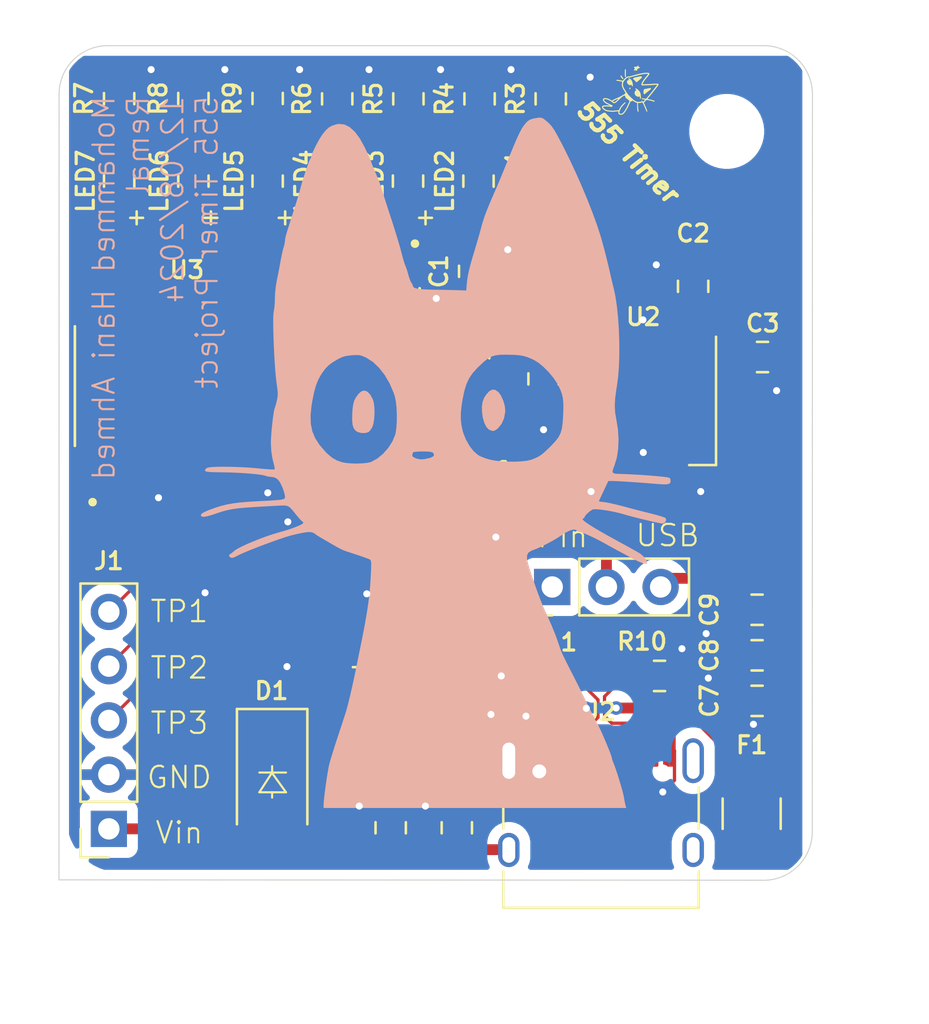
<source format=kicad_pcb>
(kicad_pcb (version 20240108) (generator "pcbnew") (generator_version "8.0")
  (title_block (title "555 Timer Project") (date "2024-08-11") (rev "v1.0") (company "Remal") (comment 1 "Mohammed Hani"))
  (layers (0 "F.Cu" signal) (31 "B.Cu" signal) (34 "B.Paste" user) (35 "F.Paste" user) (36 "B.SilkS" user "B.Silkscreen") (37 "F.SilkS" user "F.Silkscreen") (38 "B.Mask" user) (39 "F.Mask" user) (44 "Edge.Cuts" user))
  (net 0 "")
  (net 1 "GND")
  (net 2 "Net-(U1-THRES)")
  (net 3 "+5V")
  (net 5 "LDO_3V3")
  (net 6 "VIN_PIN")
  (net 7 "TESTPOINT_2")
  (net 8 "TESTPOINT_3")
  (net 9 "TESTPOINT_1")
  (net 10 "555_OUT")
  (net 11 "Net-(LED1-Pad1)")
  (net 12 "Net-(LED2-Pad1)")
  (net 13 "Net-(LED3-Pad1)")
  (net 14 "Net-(LED4-Pad1)")
  (net 15 "Net-(LED5-Pad2)")
  (net 16 "Net-(LED5-Pad1)")
  (net 17 "Net-(LED6-Pad2)")
  (net 18 "Net-(LED6-Pad1)")
  (net 19 "Net-(LED7-Pad2)")
  (net 20 "Net-(LED7-Pad1)")
  (net 21 "DISCH")
  (net 22 "LDO_5V")
  (net 23 "USB_5V")
  (net 24 "Net-(J2-SHLD)")
  (net 25 "Net-(D1-A)")
  (net 26 "Net-(F1-Pad1)")
  (net 28 "Net-(J2-CC1)")
  (net 29 "Net-(J2-CC2)")
  (footprint "Remal_KiCadLib:R_0805_2012m" (layer "F.Cu") (at 128.8796 149.7076 90)
    (property "Reference" "R12" (at 2.54 0 0) (layer "F.SilkS") (effects (font (size 0.8 0.8))))
    (property "Value" "1M")
    (pad "1" smd roundrect (at -1.025 0 90) (size 1.15 1.4) (layers "F.Cu" "F.Paste" "F.Mask") (roundrect_rratio 0.217391) (net 24 "Net-(J2-SHLD)"))
    (pad "2" smd roundrect (at 1.025 0 90) (size 1.15 1.4) (layers "F.Cu" "F.Paste" "F.Mask") (roundrect_rratio 0.217391) (net 1 "GND"))
  )
  (footprint "Remal_KiCadLib:C_0805_2012m" (layer "F.Cu") (at 142.9512 143.764 180)
    (property "Reference" "C7" (at 2.2352 0 90) (layer "F.SilkS") (effects (font (size 0.8 0.8) (thickness 0.15) (bold yes))))
    (property "Value" "22uF/10V")
    (pad "1" smd roundrect (at -1.025 0 180) (size 1.15 1.4) (layers "F.Cu" "F.Paste" "F.Mask") (roundrect_rratio 0.217391) (net 23 "USB_5V"))
    (pad "2" smd roundrect (at 1.025 0 180) (size 1.15 1.4) (layers "F.Cu" "F.Paste" "F.Mask") (roundrect_rratio 0.217391) (net 1 "GND"))
  )
  (footprint "Remal_KiCadLib:C_0805_2012m" (layer "F.Cu") (at 125.7808 149.7076 90)
    (property "Reference" "C10" (at 2.54 0 0) (layer "F.SilkS") (effects (font (size 0.8 0.8))))
    (property "Value" "0.1uF/50V")
    (pad "1" smd roundrect (at -1.025 0 90) (size 1.15 1.4) (layers "F.Cu" "F.Paste" "F.Mask") (roundrect_rratio 0.217391) (net 24 "Net-(J2-SHLD)"))
    (pad "2" smd roundrect (at 1.025 0 90) (size 1.15 1.4) (layers "F.Cu" "F.Paste" "F.Mask") (roundrect_rratio 0.217391) (net 1 "GND"))
  )
  (footprint "Remal_KiCadLib:R_0805_2012m" (layer "F.Cu") (at 133.35 142.5956 180)
    (property "Reference" "R11" (at 0 1.5748 0) (layer "F.SilkS") (effects (font (size 0.8 0.8))))
    (property "Value" "5.1k")
    (pad "1" smd roundrect (at -1.025 0 180) (size 1.15 1.4) (layers "F.Cu" "F.Paste" "F.Mask") (roundrect_rratio 0.217391) (net 28 "Net-(J2-CC1)"))
    (pad "2" smd roundrect (at 1.025 0 180) (size 1.15 1.4) (layers "F.Cu" "F.Paste" "F.Mask") (roundrect_rratio 0.217391) (net 1 "GND"))
  )
  (footprint "Remal_KiCadLib:R_0805_2012m" (layer "F.Cu") (at 138.3792 142.5956)
    (property "Reference" "R10" (at -0.82 -1.6148 0) (layer "F.SilkS") (effects (font (size 0.8 0.8))))
    (property "Value" "5.1k")
    (pad "1" smd roundrect (at -1.025 0) (size 1.15 1.4) (layers "F.Cu" "F.Paste" "F.Mask") (roundrect_rratio 0.217391) (net 29 "Net-(J2-CC2)"))
    (pad "2" smd roundrect (at 1.025 0) (size 1.15 1.4) (layers "F.Cu" "F.Paste" "F.Mask") (roundrect_rratio 0.217391) (net 1 "GND"))
  )
  (footprint "Remal_KiCadLib:R_0805_2012m" (layer "F.Cu") (at 127.6096 132.4356 180)
    (property "Reference" "R1" (at 0 1.6256 0) (layer "F.SilkS") (effects (font (size 0.8 0.8))))
    (property "Value" "4.7k")
    (pad "1" smd roundrect (at -1.025 0 180) (size 1.15 1.4) (layers "F.Cu" "F.Paste" "F.Mask") (roundrect_rratio 0.217391) (net 3 "+5V"))
    (pad "2" smd roundrect (at 1.025 0 180) (size 1.15 1.4) (layers "F.Cu" "F.Paste" "F.Mask") (roundrect_rratio 0.217391) (net 21 "DISCH"))
  )
  (footprint "Remal_KiCadLib:C_0805_2012m" (layer "F.Cu") (at 130.6068 134.5692)
    (property "Reference" "C6" (at 0 -1.5748 0) (layer "F.SilkS") (effects (font (size 0.8 0.8))))
    (property "Value" "0.1uF/10V")
    (pad "1" smd roundrect (at -1.025 0) (size 1.15 1.4) (layers "F.Cu" "F.Paste" "F.Mask") (roundrect_rratio 0.217391) (net 22 "LDO_5V"))
    (pad "2" smd roundrect (at 1.025 0) (size 1.15 1.4) (layers "F.Cu" "F.Paste" "F.Mask") (roundrect_rratio 0.217391) (net 1 "GND"))
  )
  (footprint "Remal_KiCadLib:SOT-223" (layer "F.Cu") (at 137.6172 130.81 -90)
    (property "Reference" "U2" (at -5.0292 0 0) (layer "F.SilkS") (effects (font (size 0.8 0.8))))
    (property "Value" "LDO_3V3_2A_AIC1221-33GY3TR")
    (pad "1" smd rect (at -3.15 -2.3 270) (size 2 1.5) (layers "F.Cu" "F.Paste" "F.Mask") (net 3 "+5V"))
    (pad "2" smd rect (at -3.15 0 270) (size 2 1.5) (layers "F.Cu" "F.Paste" "F.Mask") (net 1 "GND"))
    (pad "3" smd rect (at -3.15 2.3 270) (size 2 1.5) (layers "F.Cu" "F.Paste" "F.Mask") (net 5 "LDO_3V3"))
    (pad "4" smd rect (at 3.15 0 270) (size 2 3.8) (layers "F.Cu" "F.Paste" "F.Mask") (net 1 "GND"))
  )
  (footprint "Remal_KiCadLib:C_0805_2012m" (layer "F.Cu") (at 132.9436 128.6854 -90)
    (property "Reference" "C4" (at -2.4982 0 0) (layer "F.SilkS") (effects (font (size 0.8 0.8))))
    (property "Value" "4.7uF/16V")
    (pad "1" smd roundrect (at -1.025 0 270) (size 1.15 1.4) (layers "F.Cu" "F.Paste" "F.Mask") (roundrect_rratio 0.217391) (net 5 "LDO_3V3"))
    (pad "2" smd roundrect (at 1.025 0 270) (size 1.15 1.4) (layers "F.Cu" "F.Paste" "F.Mask") (roundrect_rratio 0.217391) (net 1 "GND"))
  )
  (footprint "Remal_KiCadLib:C_0805_2012m" (layer "F.Cu") (at 142.9512 141.6304 180)
    (property "Reference" "C8" (at 2.2352 0 90) (layer "F.SilkS") (effects (font (size 0.8 0.8) (thickness 0.15) (bold yes))))
    (property "Value" "22uF/10V")
    (pad "1" smd roundrect (at -1.025 0 180) (size 1.15 1.4) (layers "F.Cu" "F.Paste" "F.Mask") (roundrect_rratio 0.217391) (net 23 "USB_5V"))
    (pad "2" smd roundrect (at 1.025 0 180) (size 1.15 1.4) (layers "F.Cu" "F.Paste" "F.Mask") (roundrect_rratio 0.217391) (net 1 "GND"))
  )
  (footprint "Remal_KiCadLib:Fuse_1210_3225m" (layer "F.Cu") (at 142.6972 149.0472 -90)
    (property "Reference" "F1" (at -3.2127 0 0) (layer "F.SilkS") (effects (font (size 0.8 0.8))))
    (property "Value" "Fuse_16V_3A")
    (pad "1" smd roundrect (at -1.5625 0 270) (size 1.325 2.7) (layers "F.Cu" "F.Paste" "F.Mask") (roundrect_rratio 0.188679) (net 26 "Net-(F1-Pad1)"))
    (pad "2" smd roundrect (at 1.5625 0 270) (size 1.325 2.7) (layers "F.Cu" "F.Paste" "F.Mask") (roundrect_rratio 0.188679) (net 23 "USB_5V"))
  )
  (footprint "Remal_KiCadLib:R_0805_2012m" (layer "F.Cu") (at 120.01455 115.5511 90)
    (property "Reference" "R9" (at 0 -1.65 90) (layer "F.SilkS") (effects (font (size 0.8 0.8))))
    (property "Value" "50")
    (pad "1" smd roundrect (at -1.025 0 90) (size 1.15 1.4) (layers "F.Cu" "F.Paste" "F.Mask") (roundrect_rratio 0.217391) (net 16 "Net-(LED5-Pad1)"))
    (pad "2" smd roundrect (at 1.025 0 90) (size 1.15 1.4) (layers "F.Cu" "F.Paste" "F.Mask") (roundrect_rratio 0.217391) (net 1 "GND"))
  )
  (footprint "Remal_KiCadLib:USB_C_16Pin_C167321" (layer "F.Cu") (at 135.636 149.671)
    (property "Reference" "J2" (at 0 -5.399 0) (layer "F.SilkS") (effects (font (size 0.8 0.8))))
    (property "Value" "USB_C_16Pin_C167321")
    (pad "" np_thru_hole circle (at -2.89 -2.605) (size 0.65 0.65) (drill 0.65) (layers "*.Cu" "*.Mask"))
    (pad "" np_thru_hole circle (at 2.89 -2.605) (size 0.65 0.65) (drill 0.65) (layers "*.Cu" "*.Mask"))
    (pad "A1" smd rect (at -3.35015 -3.667175) (size 0.2997 1.68565) (layers "F.Cu" "F.Paste" "F.Mask") (net 1 "GND"))
    (pad "A4" smd rect (at -2.545 -3.667175) (size 0.29 1.68565) (layers "F.Cu" "F.Paste" "F.Mask") (net 26 "Net-(F1-Pad1)"))
    (pad "A5" smd rect (at -1.25 -3.667175) (size 0.28 1.68565) (layers "F.Cu" "F.Paste" "F.Mask") (net 28 "Net-(J2-CC1)"))
    (pad "A6" smd rect (at -0.25 -3.667175) (size 0.28 1.68565) (layers "F.Cu" "F.Paste" "F.Mask"))
    (pad "A7" smd rect (at 0.25 -3.667175) (size 0.28 1.68565) (layers "F.Cu" "F.Paste" "F.Mask"))
    (pad "A8" smd rect (at 1.25 -3.667175) (size 0.28 1.68565) (layers "F.Cu" "F.Paste" "F.Mask"))
    (pad "A9" smd rect (at 2.545 -3.667175) (size 0.29 1.68565) (layers "F.Cu" "F.Paste" "F.Mask") (net 26 "Net-(F1-Pad1)"))
    (pad "A12" smd rect (at 3.35 -3.667175) (size 0.3 1.68565) (layers "F.Cu" "F.Paste" "F.Mask") (net 1 "GND"))
    (pad "B1" smd rect (at 3.055 -3.667175) (size 0.29 1.68565) (layers "F.Cu" "F.Paste" "F.Mask") (net 1 "GND"))
    (pad "B4" smd rect (at 2.255 -3.667175) (size 0.29 1.68565) (layers "F.Cu" "F.Paste" "F.Mask") (net 26 "Net-(F1-Pad1)"))
    (pad "B5" smd rect (at 1.75 -3.667175) (size 0.28 1.68565) (layers "F.Cu" "F.Paste" "F.Mask") (net 29 "Net-(J2-CC2)"))
    (pad "B6" smd rect (at 0.75 -3.667175) (size 0.28 1.68565) (layers "F.Cu" "F.Paste" "F.Mask"))
    (pad "B7" smd rect (at -0.75 -3.667175) (size 0.28 1.68565) (layers "F.Cu" "F.Paste" "F.Mask"))
    (pad "B8" smd rect (at -1.75 -3.667175) (size 0.28 1.68565) (layers "F.Cu" "F.Paste" "F.Mask"))
    (pad "B9" smd rect (at -2.255 -3.667175) (size 0.29 1.68565) (layers "F.Cu" "F.Paste" "F.Mask") (net 26 "Net-(F1-Pad1)"))
    (pad "B12" smd rect (at -3.05515 -3.667175) (size 0.2903 1.68565) (layers "F.Cu" "F.Paste" "F.Mask") (net 1 "GND"))
    (pad "S1" thru_hole oval (at -4.32 -3.105) (size 1 2.1) (drill oval 0.6 1.7) (layers "*.Cu" "*.Mask") (net 24 "Net-(J2-SHLD)"))
    (pad "S1" thru_hole oval (at -4.32 1.075) (size 1 1.6) (drill oval 0.6 1.2) (layers "*.Cu" "*.Mask") (net 24 "Net-(J2-SHLD)"))
    (pad "S1" thru_hole oval (at 4.32 -3.105) (size 1 2.1) (drill oval 0.6 1.7) (layers "*.Cu" "*.Mask") (net 24 "Net-(J2-SHLD)"))
    (pad "S1" thru_hole oval (at 4.32 1.075) (size 1 1.6) (drill oval 0.6 1.2) (layers "*.Cu" "*.Mask") (net 24 "Net-(J2-SHLD)"))
  )
  (footprint "Remal_KiCadLib:C_0805_2012m" (layer "F.Cu") (at 129.6924 123.6472 90)
    (property "Reference" "C1" (at 0 -1.65 90) (layer "F.SilkS") (effects (font (size 0.8 0.8))))
    (property "Value" "0.1uF/10V")
    (pad "1" smd roundrect (at -1.025 0 90) (size 1.15 1.4) (layers "F.Cu" "F.Paste" "F.Mask") (roundrect_rratio 0.217391) (net 2 "Net-(U1-THRES)"))
    (pad "2" smd roundrect (at 1.025 0 90) (size 1.15 1.4) (layers "F.Cu" "F.Paste" "F.Mask") (roundrect_rratio 0.217391) (net 1 "GND"))
  )
  (footprint "Remal_KiCadLib:C_0805_2012m" (layer "F.Cu") (at 142.9512 139.4968 180)
    (property "Reference" "C9" (at 2.2352 0 90) (layer "F.SilkS") (effects (font (size 0.8 0.8) (thickness 0.15) (bold yes))))
    (property "Value" "22uF/10V")
    (pad "1" smd roundrect (at -1.025 0 180) (size 1.15 1.4) (layers "F.Cu" "F.Paste" "F.Mask") (roundrect_rratio 0.217391) (net 23 "USB_5V"))
    (pad "2" smd roundrect (at 1.025 0 180) (size 1.15 1.4) (layers "F.Cu" "F.Paste" "F.Mask") (roundrect_rratio 0.217391) (net 1 "GND"))
  )
  (footprint "Remal_KiCadLib:R_0805_2012m" (layer "F.Cu") (at 126.610534 115.57 90)
    (property "Reference" "R5" (at 0 -1.65 90) (layer "F.SilkS") (effects (font (size 0.8 0.8))))
    (property "Value" "300")
    (pad "1" smd roundrect (at -1.025 0 90) (size 1.15 1.4) (layers "F.Cu" "F.Paste" "F.Mask") (roundrect_rratio 0.217391) (net 13 "Net-(LED3-Pad1)"))
    (pad "2" smd roundrect (at 1.025 0 90) (size 1.15 1.4) (layers "F.Cu" "F.Paste" "F.Mask") (roundrect_rratio 0.217391) (net 1 "GND"))
  )
  (footprint "Remal_KiCadLib:LED_0805_2012m_Red" (layer "F.Cu") (at 126.5936 119.4218 -90)
    (property "Reference" "LED3" (at 0 1.5748 90) (layer "F.SilkS") (effects (font (size 0.8 0.8))))
    (property "Value" "LED_0805_2012m_Red")
    (pad "1" smd roundrect (at -1.025 0 270) (size 1.15 1.4) (layers "F.Cu" "F.Paste" "F.Mask") (roundrect_rratio 0.217391) (net 13 "Net-(LED3-Pad1)"))
    (pad "2" smd roundrect (at 1.025 0 270) (size 1.15 1.4) (layers "F.Cu" "F.Paste" "F.Mask") (roundrect_rratio 0.217391) (net 10 "555_OUT"))
  )
  (footprint "Remal_KiCadLib:R_0805_2012m" (layer "F.Cu") (at 133.282268 115.57 90)
    (property "Reference" "R3" (at 0 -1.65 90) (layer "F.SilkS") (effects (font (size 0.8 0.8))))
    (property "Value" "10k")
    (pad "1" smd roundrect (at -1.025 0 90) (size 1.15 1.4) (layers "F.Cu" "F.Paste" "F.Mask") (roundrect_rratio 0.217391) (net 11 "Net-(LED1-Pad1)"))
    (pad "2" smd roundrect (at 1.025 0 90) (size 1.15 1.4) (layers "F.Cu" "F.Paste" "F.Mask") (roundrect_rratio 0.217391) (net 1 "GND"))
  )
  (footprint "Remal_KiCadLib:D_SMA" (layer "F.Cu") (at 120.225 147.545 -90)
    (property "Reference" "D1" (at -4.25 0.0322 180) (layer "F.SilkS") (effects (font (size 0.8 0.8))))
    (property "Value" "D_Schottky_SMA_40V_2A_SS24")
    (pad "1" smd rect (at -2 0 270) (size 2.5 1.8) (layers "F.Cu" "F.Paste" "F.Mask") (net 6 "VIN_PIN"))
    (pad "2" smd rect (at 2 0 270) (size 2.5 1.8) (layers "F.Cu" "F.Paste" "F.Mask") (net 25 "Net-(D1-A)"))
  )
  (footprint "Remal_KiCadLib:R_0805_2012m" (layer "F.Cu") (at 123.274668 115.57 90)
    (property "Reference" "R6" (at 0 -1.65 90) (layer "F.SilkS") (effects (font (size 0.8 0.8))))
    (property "Value" "50")
    (pad "1" smd roundrect (at -1.025 0 90) (size 1.15 1.4) (layers "F.Cu" "F.Paste" "F.Mask") (roundrect_rratio 0.217391) (net 14 "Net-(LED4-Pad1)"))
    (pad "2" smd roundrect (at 1.025 0 90) (size 1.15 1.4) (layers "F.Cu" "F.Paste" "F.Mask") (roundrect_rratio 0.217391) (net 1 "GND"))
  )
  (footprint "Remal_KiCadLib:LED_0805_2012m_Red" (layer "F.Cu") (at 129.8956 119.4218 -90)
    (property "Reference" "LED2" (at 0 1.5802 90) (layer "F.SilkS") (effects (font (size 0.8 0.8))))
    (property "Value" "LED_0805_2012m_Red")
    (pad "1" smd roundrect (at -1.025 0 270) (size 1.15 1.4) (layers "F.Cu" "F.Paste" "F.Mask") (roundrect_rratio 0.217391) (net 12 "Net-(LED2-Pad1)"))
    (pad "2" smd roundrect (at 1.025 0 270) (size 1.15 1.4) (layers "F.Cu" "F.Paste" "F.Mask") (roundrect_rratio 0.217391) (net 10 "555_OUT"))
  )
  (footprint "Remal_KiCadLib:LED_0805_2012m_Red" (layer "F.Cu") (at 123.2916 119.4218 -90)
    (property "Reference" "LED4" (at 0 1.5739 90) (layer "F.SilkS") (effects (font (size 0.8 0.8))))
    (property "Value" "LED_0805_2012m_Red")
    (pad "1" smd roundrect (at -1.025 0 270) (size 1.15 1.4) (layers "F.Cu" "F.Paste" "F.Mask") (roundrect_rratio 0.217391) (net 14 "Net-(LED4-Pad1)"))
    (pad "2" smd roundrect (at 1.025 0 270) (size 1.15 1.4) (layers "F.Cu" "F.Paste" "F.Mask") (roundrect_rratio 0.217391) (net 10 "555_OUT"))
  )
  (footprint "Remal_KiCadLib:C_0805_2012m" (layer "F.Cu") (at 128.261 144.8816)
    (property "Reference" "C5" (at 0 -1.5748 0) (layer "F.SilkS") (effects (font (size 0.8 0.8))))
    (property "Value" "0.1uF/10V")
    (pad "1" smd roundrect (at -1.025 0) (size 1.15 1.4) (layers "F.Cu" "F.Paste" "F.Mask") (roundrect_rratio 0.217391) (net 6 "VIN_PIN"))
    (pad "2" smd roundrect (at 1.025 0) (size 1.15 1.4) (layers "F.Cu" "F.Paste" "F.Mask") (roundrect_rratio 0.217391) (net 1 "GND"))
  )
  (footprint "Remal_KiCadLib:LED_0805_2012m_Red" (layer "F.Cu") (at 116.5352 119.4218 -90)
    (property "Reference" "LED6" (at -0.0009 1.60065 90) (layer "F.SilkS") (effects (font (size 0.8 0.8))))
    (property "Value" "LED_0805_2012m_Red")
    (pad "1" smd roundrect (at -1.025 0 270) (size 1.15 1.4) (layers "F.Cu" "F.Paste" "F.Mask") (roundrect_rratio 0.217391) (net 18 "Net-(LED6-Pad1)"))
    (pad "2" smd roundrect (at 1.025 0 270) (size 1.15 1.4) (layers "F.Cu" "F.Paste" "F.Mask") (roundrect_rratio 0.217391) (net 17 "Net-(LED6-Pad2)"))
  )
  (footprint "Remal_KiCadLib:C_0805_2012m" (layer "F.Cu") (at 139.954 124.3494 -90)
    (property "Reference" "C2" (at -2.4802 0 0) (layer "F.SilkS") (effects (font (size 0.8 0.8))))
    (property "Value" "0.01uF/10V")
    (pad "1" smd roundrect (at -1.025 0 270) (size 1.15 1.4) (layers "F.Cu" "F.Paste" "F.Mask") (roundrect_rratio 0.217391) (net 1 "GND"))
    (pad "2" smd roundrect (at 1.025 0 270) (size 1.15 1.4) (layers "F.Cu" "F.Paste" "F.Mask") (roundrect_rratio 0.217391) (net 3 "+5V"))
  )
  (footprint "Remal_KiCadLib:TO-252-2" (layer "F.Cu") (at 123.0376 138.7348 180)
    (property "Reference" "U4" (at 0 4.1656 0) (layer "F.SilkS") (effects (font (size 0.8 0.8))))
    (property "Value" "LDO_5V_78D05AAL-TN3-R")
    (pad "1" smd rect (at -4.2 -2.28 180) (size 2.2 1.2) (layers "F.Cu" "F.Paste" "F.Mask") (net 6 "VIN_PIN"))
    (pad "2" smd rect (at 2.1 0 180) (size 6.4 5.8) (layers "F.Cu" "F.Mask") (net 1 "GND"))
    (pad "3" smd rect (at -4.2 2.28 180) (size 2.2 1.2) (layers "F.Cu" "F.Paste" "F.Mask") (net 22 "LDO_5V"))
  )
  (footprint "Remal_KiCadLib:LED_0805_2012m_Red" (layer "F.Cu") (at 120.01455 119.4218 -90)
    (property "Reference" "LED5" (at -0.0009 1.5748 90) (layer "F.SilkS") (effects (font (size 0.8 0.8))))
    (property "Value" "LED_0805_2012m_Red")
    (pad "1" smd roundrect (at -1.025 0 270) (size 1.15 1.4) (layers "F.Cu" "F.Paste" "F.Mask") (roundrect_rratio 0.217391) (net 16 "Net-(LED5-Pad1)"))
    (pad "2" smd roundrect (at 1.025 0 270) (size 1.15 1.4) (layers "F.Cu" "F.Paste" "F.Mask") (roundrect_rratio 0.217391) (net 15 "Net-(LED5-Pad2)"))
  )
  (footprint "Remal_KiCadLib:PinSocket_1x05_P2.54mm_Vertical" (layer "F.Cu") (at 112.5728 149.7584 180)
    (property "Reference" "J1" (at 0 12.5476 0) (layer "F.SilkS") (effects (font (size 0.8 0.8))))
    (property "Value" "ConnF_01x05")
    (pad "1" thru_hole rect (at 0 0 180) (size 1.7 1.7) (drill 1) (layers "*.Cu" "*.Mask") (net 25 "Net-(D1-A)"))
    (pad "2" thru_hole oval (at 0 2.54 180) (size 1.7 1.7) (drill 1) (layers "*.Cu" "*.Mask") (net 1 "GND"))
    (pad "3" thru_hole oval (at 0 5.08 180) (size 1.7 1.7) (drill 1) (layers "*.Cu" "*.Mask") (net 8 "TESTPOINT_3"))
    (pad "4" thru_hole oval (at 0 7.62 180) (size 1.7 1.7) (drill 1) (layers "*.Cu" "*.Mask") (net 7 "TESTPOINT_2"))
    (pad "5" thru_hole oval (at 0 10.16 180) (size 1.7 1.7) (drill 1) (layers "*.Cu" "*.Mask") (net 9 "TESTPOINT_1"))
  )
  (footprint "Remal_KiCadLib:R_0805_2012m" (layer "F.Cu") (at 129.9464 115.57 90)
    (property "Reference" "R4" (at 0 -1.65 90) (layer "F.SilkS") (effects (font (size 0.8 0.8))))
    (property "Value" "1k")
    (pad "1" smd roundrect (at -1.025 0 90) (size 1.15 1.4) (layers "F.Cu" "F.Paste" "F.Mask") (roundrect_rratio 0.217391) (net 12 "Net-(LED2-Pad1)"))
    (pad "2" smd roundrect (at 1.025 0 90) (size 1.15 1.4) (layers "F.Cu" "F.Paste" "F.Mask") (roundrect_rratio 0.217391) (net 1 "GND"))
  )
  (footprint "fp_meowlibrary:SOP127P780X200-14N" (layer "F.Cu") (at 116.2304 129.0214 90)
    (property "Reference" "U3" (at 5.4378 0 0) (layer "F.SilkS") (effects (font (size 0.8 0.8))))
    (property "Value" "SN74ALVC14NSR")
    (pad "1" smd roundrect (at -3.465 -3.81 90) (size 1.97 0.61) (layers "F.Cu" "F.Paste" "F.Mask") (roundrect_rratio 0.125) (net 5 "LDO_3V3"))
    (pad "2" smd roundrect (at -3.465 -2.54 90) (size 1.97 0.61) (layers "F.Cu" "F.Paste" "F.Mask") (roundrect_rratio 0.125) (net 9 "TESTPOINT_1"))
    (pad "3" smd roundrect (at -3.465 -1.27 90) (size 1.97 0.61) (layers "F.Cu" "F.Paste" "F.Mask") (roundrect_rratio 0.125) (net 1 "GND"))
    (pad "4" smd roundrect (at -3.465 0 90) (size 1.97 0.61) (layers "F.Cu" "F.Paste" "F.Mask") (roundrect_rratio 0.125) (net 7 "TESTPOINT_2"))
    (pad "5" smd roundrect (at -3.465 1.27 90) (size 1.97 0.61) (layers "F.Cu" "F.Paste" "F.Mask") (roundrect_rratio 0.125) (net 10 "555_OUT"))
    (pad "6" smd roundrect (at -3.465 2.54 90) (size 1.97 0.61) (layers "F.Cu" "F.Paste" "F.Mask") (roundrect_rratio 0.125) (net 8 "TESTPOINT_3"))
    (pad "7" smd roundrect (at -3.465 3.81 90) (size 1.97 0.61) (layers "F.Cu" "F.Paste" "F.Mask") (roundrect_rratio 0.125) (net 1 "GND"))
    (pad "8" smd roundrect (at 3.465 3.81 90) (size 1.97 0.61) (layers "F.Cu" "F.Paste" "F.Mask") (roundrect_rratio 0.125) (net 15 "Net-(LED5-Pad2)"))
    (pad "9" smd roundrect (at 3.465 2.54 90) (size 1.97 0.61) (layers "F.Cu" "F.Paste" "F.Mask") (roundrect_rratio 0.125) (net 10 "555_OUT"))
    (pad "10" smd roundrect (at 3.465 1.27 90) (size 1.97 0.61) (layers "F.Cu" "F.Paste" "F.Mask") (roundrect_rratio 0.125) (net 17 "Net-(LED6-Pad2)"))
    (pad "11" smd roundrect (at 3.465 0 90) (size 1.97 0.61) (layers "F.Cu" "F.Paste" "F.Mask") (roundrect_rratio 0.125) (net 10 "555_OUT"))
    (pad "12" smd roundrect (at 3.465 -1.27 90) (size 1.97 0.61) (layers "F.Cu" "F.Paste" "F.Mask") (roundrect_rratio 0.125) (net 19 "Net-(LED7-Pad2)"))
    (pad "13" smd roundrect (at 3.465 -2.54 90) (size 1.97 0.61) (layers "F.Cu" "F.Paste" "F.Mask") (roundrect_rratio 0.125) (net 10 "555_OUT"))
    (pad "14" smd roundrect (at 3.465 -3.81 90) (size 1.97 0.61) (layers "F.Cu" "F.Paste" "F.Mask") (roundrect_rratio 0.125) (net 5 "LDO_3V3"))
  )
  (footprint "Remal_KiCadLib:LED_0805_2012m_Red" (layer "F.Cu") (at 113.05585 119.4218 -90)
    (property "Reference" "LED7" (at -0.0009 1.5757 90) (layer "F.SilkS") (effects (font (size 0.8 0.8))))
    (property "Value" "LED_0805_2012m_Red")
    (pad "1" smd roundrect (at -1.025 0 270) (size 1.15 1.4) (layers "F.Cu" "F.Paste" "F.Mask") (roundrect_rratio 0.217391) (net 20 "Net-(LED7-Pad1)"))
    (pad "2" smd roundrect (at 1.025 0 270) (size 1.15 1.4) (layers "F.Cu" "F.Paste" "F.Mask") (roundrect_rratio 0.217391) (net 19 "Net-(LED7-Pad2)"))
  )
  (footprint "Remal_KiCadLib:R_0805_2012m" (layer "F.Cu") (at 116.53475 115.5511 90)
    (property "Reference" "R8" (at 0 -1.65 90) (layer "F.SilkS") (effects (font (size 0.8 0.8))))
    (property "Value" "50")
    (pad "1" smd roundrect (at -1.025 0 90) (size 1.15 1.4) (layers "F.Cu" "F.Paste" "F.Mask") (roundrect_rratio 0.217391) (net 18 "Net-(LED6-Pad1)"))
    (pad "2" smd roundrect (at 1.025 0 90) (size 1.15 1.4) (layers "F.Cu" "F.Paste" "F.Mask") (roundrect_rratio 0.217391) (net 1 "GND"))
  )
  (footprint "Remal_KiCadLib:R_0805_2012m" (layer "F.Cu") (at 129.6924 127.4572 90)
    (property "Reference" "R2" (at 0 -1.65 90) (layer "F.SilkS") (effects (font (size 0.8 0.8))))
    (property "Value" "4.7k")
    (pad "1" smd roundrect (at -1.025 0 90) (size 1.15 1.4) (layers "F.Cu" "F.Paste" "F.Mask") (roundrect_rratio 0.217391) (net 21 "DISCH"))
    (pad "2" smd roundrect (at 1.025 0 90) (size 1.15 1.4) (layers "F.Cu" "F.Paste" "F.Mask") (roundrect_rratio 0.217391) (net 2 "Net-(U1-THRES)"))
  )
  (footprint "Remal_KiCadLib:PinHeader_1x03_P2.54mm_Vertical" (layer "F.Cu") (at 133.35 138.43 90)
    (property "Reference" "J3" (at -0.0116 -2.6584 0) (layer "F.SilkS") (effects (font (size 0.8 0.8))))
    (property "Value" "ConnM_01x03")
    (pad "1" thru_hole rect (at 0 0 90) (size 1.7 1.7) (drill 1) (layers "*.Cu" "*.Mask") (net 22 "LDO_5V"))
    (pad "2" thru_hole oval (at 0 2.54 90) (size 1.7 1.7) (drill 1) (layers "*.Cu" "*.Mask") (net 3 "+5V"))
    (pad "3" thru_hole oval (at 0 5.08 90) (size 1.7 1.7) (drill 1) (layers "*.Cu" "*.Mask") (net 23 "USB_5V"))
  )
  (footprint "fp_meowlibrary:SOIC127P599X175-8N" (layer "F.Cu") (at 124.6124 126.3904 -90)
    (property "Reference" "U1" (at -4.319 0 0) (layer "F.SilkS") (effects (font (size 0.8 0.8))))
    (property "Value" "SA555DR")
    (pad "1" smd roundrect (at -2.47 -1.905 270) (size 1.97 0.6) (layers "F.Cu" "F.Paste" "F.Mask") (roundrect_rratio 0.125) (net 1 "GND"))
    (pad "2" smd roundrect (at -2.47 -0.635 270) (size 1.97 0.6) (layers "F.Cu" "F.Paste" "F.Mask") (roundrect_rratio 0.125) (net 2 "Net-(U1-THRES)"))
    (pad "3" smd roundrect (at -2.47 0.635 270) (size 1.97 0.6) (layers "F.Cu" "F.Paste" "F.Mask") (roundrect_rratio 0.125) (net 10 "555_OUT"))
    (pad "4" smd roundrect (at -2.47 1.905 270) (size 1.97 0.6) (layers "F.Cu" "F.Paste" "F.Mask") (roundrect_rratio 0.125) (net 3 "+5V"))
    (pad "5" smd roundrect (at 2.47 1.905 270) (size 1.97 0.6) (layers "F.Cu" "F.Paste" "F.Mask") (roundrect_rratio 0.125))
    (pad "6" smd roundrect (at 2.47 0.635 270) (size 1.97 0.6) (layers "F.Cu" "F.Paste" "F.Mask") (roundrect_rratio 0.125) (net 2 "Net-(U1-THRES)"))
    (pad "7" smd roundrect (at 2.47 -0.635 270) (size 1.97 0.6) (layers "F.Cu" "F.Paste" "F.Mask") (roundrect_rratio 0.125) (net 21 "DISCH"))
    (pad "8" smd roundrect (at 2.47 -1.905 270) (size 1.97 0.6) (layers "F.Cu" "F.Paste" "F.Mask") (roundrect_rratio 0.125) (net 3 "+5V"))
  )
  (footprint "Remal_KiCadLib:R_0805_2012m" (layer "F.Cu") (at 113.05495 115.5601 90)
    (property "Reference" "R7" (at 0 -1.65 90) (layer "F.SilkS") (effects (font (size 0.8 0.8))))
    (property "Value" "50")
    (pad "1" smd roundrect (at -1.025 0 90) (size 1.15 1.4) (layers "F.Cu" "F.Paste" "F.Mask") (roundrect_rratio 0.217391) (net 20 "Net-(LED7-Pad1)"))
    (pad "2" smd roundrect (at 1.025 0 90) (size 1.15 1.4) (layers "F.Cu" "F.Paste" "F.Mask") (roundrect_rratio 0.217391) (net 1 "GND"))
  )
  (footprint "LOGO" (layer "F.Cu") (at 136.969658 115.461965 -45)
    (property "Reference" "G***" (hide yes))
    (property "Value" "LOGO" (hide yes))
  )
  (footprint "Remal_KiCadLib:C_0805_2012m" (layer "F.Cu") (at 143.2052 127.6604)
    (property "Reference" "C3" (at 0.009 -1.5748 0) (layer "F.SilkS") (effects (font (size 0.8 0.8))))
    (property "Value" "4.7uF/16V")
    (pad "1" smd roundrect (at -1.025 0) (size 1.15 1.4) (layers "F.Cu" "F.Paste" "F.Mask") (roundrect_rratio 0.217391) (net 3 "+5V"))
    (pad "2" smd roundrect (at 1.025 0) (size 1.15 1.4) (layers "F.Cu" "F.Paste" "F.Mask") (roundrect_rratio 0.217391) (net 1 "GND"))
  )
  (footprint "Remal_KiCadLib:LED_0805_2012m_Red" (layer "F.Cu") (at 133.1976 119.4218 -90)
    (property "Reference" "LED1" (at 0 1.5856 90) (layer "F.SilkS") (effects (font (size 0.8 0.8))))
    (property "Value" "LED_0805_2012m_Red")
    (pad "1" smd roundrect (at -1.025 0 270) (size 1.15 1.4) (layers "F.Cu" "F.Paste" "F.Mask") (roundrect_rratio 0.217391) (net 11 "Net-(LED1-Pad1)"))
    (pad "2" smd roundrect (at 1.025 0 270) (size 1.15 1.4) (layers "F.Cu" "F.Paste" "F.Mask") (roundrect_rratio 0.217391) (net 10 "555_OUT"))
  )
  (footprint "Remal_KiCadLib:MountingHole_3.2mm_M3" (layer "F.Cu") (at 141.5288 117.094)
    (property "Reference" "REF**" (hide yes))
    (property "Value" "MountingHole_3.2mm_M3")
    (pad "" np_thru_hole circle (at 0 0) (size 3.2 3.2) (drill 3.2) (layers "*.Cu" "*.Mask"))
  )
  (footprint "fp_meowlibrary:black_cat" (layer "B.Cu") (at 128.629377 131.275118 180)
    (property "Reference" "G***" (hide yes))
    (property "Value" "LOGO" (hide yes))
  )
  (gr_arc (start 110.239894 115.357646) (mid 110.9472 113.707076) (end 112.630186 113.0808) (stroke (width 0.05)) (layer "Edge.Cuts"))
  (gr_line (start 143.147814 152.162676) (end 110.236 152.146) (stroke (width 0.05)) (layer "Edge.Cuts"))
  (gr_arc (start 143.1544 113.0808) (mid 144.837386 113.707076) (end 145.544692 115.357646) (stroke (width 0.05)) (layer "Edge.Cuts"))
  (gr_line (start 145.544692 115.357646) (end 145.538106 149.88583) (stroke (width 0.05)) (layer "Edge.Cuts"))
  (gr_line (start 110.239894 115.357646) (end 110.236 152.146) (stroke (width 0.05)) (layer "Edge.Cuts"))
  (gr_line (start 112.630186 113.0808) (end 143.1544 113.0808) (stroke (width 0.05)) (layer "Edge.Cuts"))
  (gr_arc (start 145.538106 149.88583) (mid 144.8308 151.5364) (end 143.147814 152.162676) (stroke (width 0.05)) (layer "Edge.Cuts"))
  (gr_text "Mohammed Hani Ahmed\nRemal\n12/08/2024\n555 Timer Project" (at 117.7544 115.3668 90) (layer "B.SilkS") (effects (font (size 1 1) (thickness 0.1)) (justify left bottom mirror)))
  (gr_text "TP1" (at 114.4524 140.1572 0) (layer "F.SilkS") (effects (font (size 1 1) (thickness 0.1)) (justify left bottom)))
  (gr_text "USB" (at 137.19 136.6012 0) (layer "F.SilkS") (effects (font (size 1 1) (thickness 0.1)) (justify left bottom)))
  (gr_text "TP2" (at 114.4524 142.7988 0) (layer "F.SilkS") (effects (font (size 1 1) (thickness 0.1)) (justify left bottom)))
  (gr_text "TP3" (at 114.4524 145.3896 0) (layer "F.SilkS") (effects (font (size 1 1) (thickness 0.1)) (justify left bottom)))
  (gr_text "555 Timer" (at 134.3152 116.1288 315) (layer "F.SilkS") (effects (font (size 0.8 0.8) (thickness 0.2) (bold yes) (italic yes)) (justify left bottom)))
  (gr_text "GND" (at 114.285734 147.9296 0) (layer "F.SilkS") (effects (font (size 1 1) (thickness 0.1)) (justify left bottom)))
  (gr_text "VPin" (at 131.7244 136.652 0) (layer "F.SilkS") (effects (font (size 1 1) (thickness 0.1)) (justify left bottom)))
  (gr_text "Vin" (at 114.690496 150.5204 0) (layer "F.SilkS") (effects (font (size 1 1) (thickness 0.1)) (justify left bottom)))
  (segment (start 141.9262 143.764) (end 141.9262 144.0062) (width 0.508) (layer "F.Cu") (net 1))
  (segment (start 120.9376 138.7348) (end 124.6448 138.7348) (width 0.508) (layer "F.Cu") (net 1))
  (segment (start 116.3599 114.5261) (end 116.3509 114.5351) (width 0.508) (layer "F.Cu") (net 1))
  (segment (start 129.6924 122.6222) (end 131.2582 122.6222) (width 0.508) (layer "F.Cu") (net 1))
  (segment (start 132.3618 144.7218) (end 132.3618 145.52851) (width 0.1524) (layer "F.Cu") (net 1))
  (segment (start 127.771 114.545) (end 128.1176 114.1984) (width 0.508) (layer "F.Cu") (net 1))
  (segment (start 120.9376 135.4024) (end 120.96 135.38) (width 0.508) (layer "F.Cu") (net 1))
  (segment (start 132.12 144.48) (end 132.3618 144.7218) (width 0.1524) (layer "F.Cu") (net 1))
  (segment (start 126.5174 123.9204) (end 127.5142 124.9172) (width 0.508) (layer "F.Cu") (net 1))
  (segment (start 133.282268 114.545) (end 135.119 114.545) (width 0.508) (layer "F.Cu") (net 1))
  (segment (start 132.325 142.5956) (end 130.9624 142.5956) (width 0.508) (layer "F.Cu") (net 1))
  (segment (start 120.0404 133.9996) (end 120.02 134.02) (width 0.508) (layer "F.Cu") (net 1))
  (segment (start 144.2302 127.6604) (end 144.2302 128.8706) (width 0.508) (layer "F.Cu") (net 1))
  (segment (start 129.9464 114.545) (end 131.073 114.545) (width 0.508) (layer "F.Cu") (net 1))
  (segment (start 120.9376 138.8536) (end 120.9376 138.7348) (width 0.1524) (layer "F.Cu") (net 1))
  (segment (start 120.0404 132.4864) (end 120.0404 133.9996) (width 0.508) (layer "F.Cu") (net 1))
  (segment (start 123.274668 114.545) (end 124.4182 114.545) (width 0.508) (layer "F.Cu") (net 1))
  (segment (start 120.0404 137.8376) (end 120.9376 138.7348) (width 0.1524) (layer "F.Cu") (net 1))
  (segment (start 120.9376 138.7348) (end 120.9376 142.1424) (width 0.508) (layer "F.Cu") (net 1))
  (segment (start 139.954 123.3244) (end 138.2448 123.3244) (width 0.508) (layer "F.Cu") (net 1))
  (segment (start 141.9262 144.0062) (end 142.78 144.86) (width 0.508) (layer "F.Cu") (net 1))
  (segment (start 135.17 133.96) (end 137.6172 133.96) (width 0.508) (layer "F.Cu") (net 1))
  (segment (start 128.8796 148.6826) (end 128.8796 148.4884) (width 0.1524) (layer "F.Cu") (net 1))
  (segment (start 126.610534 114.545) (end 127.771 114.545) (width 0.508) (layer "F.Cu") (net 1))
  (segment (start 140.8086 140.6144) (end 140.5636 140.6144) (width 0.508) (layer "F.Cu") (net 1))
  (segment (start 120.9376 142.1424) (end 120.92 142.16) (width 0.508) (layer "F.Cu") (net 1))
  (segment (start 131.6318 134.5692) (end 131.6318 135.1698) (width 0.508) (layer "F.Cu") (net 1))
  (segment (start 139.0796 146.097425) (end 139.0796 147.4832) (width 0.1524) (layer "F.Cu") (net 1))
  (segment (start 141.732 141.6304) (end 140.6652 142.6972) (width 0.508) (layer "F.Cu") (net 1))
  (segment (start 139.4042 141.3458) (end 139.43 141.32) (width 0.508) (layer "F.Cu") (net 1))
  (segment (start 135.119 114.545) (end 135.128 114.554) (width 0.508) (layer "F.Cu") (net 1))
  (segment (start 120.9376 138.7348) (end 117.1161 138.7348) (width 0.508) (layer "F.Cu") (net 1))
  (segment (start 124.4182 114.545) (end 124.7648 114.1984) (width 0.508) (layer "F.Cu") (net 1))
  (segment (start 144.2302 128.8706) (end 143.8656 129.2352) (width 0.508) (layer "F.Cu") (net 1))
  (segment (start 124.6448 138.7348) (end 124.66 138.75) (width 0.508) (layer "F.Cu") (net 1))
  (segment (start 116.53475 114.5261) (end 116.3599 114.5261) (width 0.508) (layer "F.Cu") (net 1))
  (segment (start 131.073 114.545) (end 131.4196 114.1984) (width 0.508) (layer "F.Cu") (net 1))
  (segment (start 137.6 127.6428) (end 137.6172 127.66) (width 0.508) (layer "F.Cu") (net 1))
  (segment (start 140.31 133.96) (end 137.6172 133.96) (width 0.508) (layer "F.Cu") (net 1))
  (segment (start 114.9604 134.1879) (end 114.8983 134.25) (width 0.508) (layer "F.Cu") (net 1))
  (segment (start 114.2173 114.5351) (end 114.554 114.1984) (width 0.508) (layer "F.Cu") (net 1))
  (segment (start 137.6172 133.96) (end 137.6172 132.1308) (width 0.508) (layer "F.Cu") (net 1))
  (segment (start 138.986 146.003825) (end 139.0796 146.097425) (width 0.1524) (layer "F.Cu") (net 1))
  (segment (start 137.6 125.92) (end 137.6 127.6428) (width 0.508) (layer "F.Cu") (net 1))
  (segment (start 128.8796 148.6826) (end 127.4154 148.6826) (width 0.508) (layer "F.Cu") (net 1))
  (segment (start 127.4154 148.6826) (end 127.4064 148.6916) (width 0.508) (layer "F.Cu") (net 1))
  (segment (start 127.5142 124.9172) (end 127.9144 124.9172) (width 0.508) (layer "F.Cu") (net 1))
  (segment (start 141.9262 141.6304) (end 141.732 141.6304) (width 0.508) (layer "F.Cu") (net 1))
  (segment (start 124.3166 148.6826) (end 124.3076 148.6916) (width 0.508) (layer "F.Cu") (net 1))
  (segment (start 114.9604 132.4864) (end 114.9604 134.1879) (width 0.508) (layer "F.Cu") (net 1))
  (segment (start 132.325 145.964675) (end 132.28585 146.003825) (width 0.1524) (layer "F.Cu") (net 1))
  (segment (start 113.05495 114.5351) (end 114.2173 114.5351) (width 0.508) (layer "F.Cu") (net 1))
  (segment (start 121.1859 114.5261) (end 121.5136 114.1984) (width 0.508) (layer "F.Cu") (net 1))
  (segment (start 132.9436 129.7104) (end 132.9436 131.064) (width 0.508) (layer "F.Cu") (net 1))
  (segment (start 120.9376 138.7348) (end 120.9376 135.4024) (width 0.508) (layer "F.Cu") (net 1))
  (segment (start 129.9972 144.8816) (end 129.286 144.8816) (width 0.508) (layer "F.Cu") (net 1))
  (segment (start 141.9262 139.4968) (end 140.8086 140.6144) (width 0.508) (layer "F.Cu") (net 1))
  (segment (start 120.9376 138.7348) (end 120.9376 136.5332) (width 0.1524) (layer "F.Cu") (net 1))
  (segment (start 138.2448 123.3244) (end 138.2268 123.3424) (width 0.508) (layer "F.Cu") (net 1))
  (segment (start 137.1744 127.6604) (end 137.174 127.66) (width 0.508) (layer "F.Cu") (net 1))
  (segment (start 117.6807 114.5261) (end 118.0084 114.1984) (width 0.508) (layer "F.Cu") (net 1))
  (segment (start 131.2582 122.6222) (end 131.2672 122.6312) (width 0.508) (layer "F.Cu") (net 1))
  (segment (start 120.01455 114.5261) (end 121.1859 114.5261) (width 0.508) (layer "F.Cu") (net 1))
  (segment (start 129.6924 122.6222) (end 130.035118 122.6222) (width 0.1524) (layer "F.Cu") (net 1))
  (segment (start 116.53475 114.5261) (end 117.6807 114.5261) (width 0.508) (layer "F.Cu") (net 1))
  (segment (start 139.0796 147.4832) (end 138.5316 148.0312) (width 0.1524) (layer "F.Cu") (net 1))
  (segment (start 130.4794 144.3994) (end 129.9972 144.8816) (width 0.508) (layer "F.Cu") (net 1))
  (segment (start 139.4042 142.5956) (end 139.4042 141.3458) (width 0.508) (layer "F.Cu") (net 1))
  (segment (start 131.6318 135.1698) (end 130.7084 136.0932) (width 0.508) (layer "F.Cu") (net 1))
  (segment (start 120.03345 114.545) (end 120.01455 114.5261) (width 0.508) (layer "F.Cu") (net 1))
  (segment (start 117.1161 138.7348) (end 117.0813 138.7) (width 0.508) (layer "F.Cu") (net 1))
  (segment (start 144.2302 127.6604) (end 144.2302 127.6006) (width 0.1524) (layer "F.Cu") (net 1))
  (segment (start 125.7808 148.6826) (end 124.3166 148.6826) (width 0.508) (layer "F.Cu") (net 1))
  (via (at 121.5136 114.1984) (size 0.635) (drill 0.3302) (layers "F.Cu" "B.Cu") (net 1))
  (via (at 130.7084 136.0932) (size 0.635) (drill 0.3302) (layers "F.Cu" "B.Cu") (net 1))
  (via (at 131.2672 122.6312) (size 0.635) (drill 0.3302) (layers "F.Cu" "B.Cu") (net 1))
  (via (at 132.12 144.48) (size 0.635) (drill 0.3302) (layers "F.Cu" "B.Cu") (net 1))
  (via (at 131.4196 114.1984) (size 0.635) (drill 0.3302) (layers "F.Cu" "B.Cu") (net 1))
  (via (at 120.92 142.16) (size 0.635) (drill 0.3302) (layers "F.Cu" "B.Cu") (net 1))
  (via (at 137.6172 132.1308) (size 0.635) (drill 0.3302) (layers "F.Cu" "B.Cu") (net 1))
  (via (at 130.4794 144.3994) (size 0.635) (drill 0.3302) (layers "F.Cu" "B.Cu") (net 1))
  (via (at 124.66 138.75) (size 0.635) (drill 0.3302) (layers "F.Cu" "B.Cu") (net 1))
  (via (at 132.9436 131.064) (size 0.635) (drill 0.3302) (layers "F.Cu" "B.Cu") (net 1))
  (via (at 140.6652 142.6972) (size 0.635) (drill 0.3302) (layers "F.Cu" "B.Cu") (net 1))
  (via (at 140.5636 140.6144) (size 0.635) (drill 0.3302) (layers "F.Cu" "B.Cu") (net 1))
  (via (at 120.96 135.38) (size 0.635) (drill 0.3302) (layers "F.Cu" "B.Cu") (net 1))
  (via (at 114.8983 134.25) (size 0.635) (drill 0.3302) (layers "F.Cu" "B.Cu") (net 1))
  (via (at 138.5316 148.0312) (size 0.635) (drill 0.3302) (layers "F.Cu" "B.Cu") (net 1))
  (via (at 143.8656 129.2352) (size 0.635) (drill 0.3302) (layers "F.Cu" "B.Cu") (net 1))
  (via (at 127.4064 148.6916) (size 0.635) (drill 0.3302) (layers "F.Cu" "B.Cu") (net 1))
  (via (at 114.554 114.1984) (size 0.635) (drill 0.3302) (layers "F.Cu" "B.Cu") (net 1))
  (via (at 140.31 133.96) (size 0.635) (drill 0.3302) (layers "F.Cu" "B.Cu") (net 1))
  (via (at 142.78 144.86) (size 0.635) (drill 0.3302) (layers "F.Cu" "B.Cu") (net 1))
  (via (at 118.0084 114.1984) (size 0.635) (drill 0.3302) (layers "F.Cu" "B.Cu") (net 1))
  (via (at 124.7648 114.1984) (size 0.635) (drill 0.3302) (layers "F.Cu" "B.Cu") (net 1))
  (via (at 124.3076 148.6916) (size 0.635) (drill 0.3302) (layers "F.Cu" "B.Cu") (net 1))
  (via (at 120.02 134.02) (size 0.635) (drill 0.3302) (layers "F.Cu" "B.Cu") (net 1))
  (via (at 128.1176 114.1984) (size 0.635) (drill 0.3302) (layers "F.Cu" "B.Cu") (net 1))
  (via (at 135.17 133.96) (size 0.635) (drill 0.3302) (layers "F.Cu" "B.Cu") (net 1))
  (via (at 127.9144 124.9172) (size 0.635) (drill 0.3302) (layers "F.Cu" "B.Cu") (net 1))
  (via (at 130.9624 142.5956) (size 0.635) (drill 0.3302) (layers "F.Cu" "B.Cu") (net 1))
  (via (at 117.0813 138.7) (size 0.635) (drill 0.3302) (layers "F.Cu" "B.Cu") (net 1))
  (via (at 135.128 114.554) (size 0.635) (drill 0.3302) (layers "F.Cu" "B.Cu") (net 1))
  (via (at 137.6 125.92) (size 0.635) (drill 0.3302) (layers "F.Cu" "B.Cu") (net 1))
  (via (at 139.43 141.32) (size 0.635) (drill 0.3302) (layers "F.Cu" "B.Cu") (net 1))
  (via (at 138.2268 123.3424) (size 0.635) (drill 0.3302) (layers "F.Cu" "B.Cu") (net 1))
  (segment (start 129.6924 126.4322) (end 129.6924 124.6722) (width 0.1524) (layer "F.Cu") (net 2))
  (segment (start 129.6924 126.4322) (end 126.774201 126.4322) (width 0.1524) (layer "F.Cu") (net 2))
  (segment (start 125.2474 124.905399) (end 125.2474 123.9204) (width 0.1524) (layer "F.Cu") (net 2))
  (segment (start 125.2474 126.605401) (end 125.2474 123.9204) (width 0.1524) (layer "F.Cu") (net 2))
  (segment (start 123.9774 128.8604) (end 123.9774 127.875401) (width 0.1524) (layer "F.Cu") (net 2))
  (segment (start 123.9774 127.875401) (end 125.2474 126.605401) (width 0.1524) (layer "F.Cu") (net 2))
  (segment (start 126.774201 126.4322) (end 125.2474 124.905399) (width 0.1524) (layer "F.Cu") (net 2))
  (segment (start 122.7074 123.9204) (end 122.7074 122.821401) (width 0.508) (layer "F.Cu") (net 3))
  (segment (start 139.9172 125.4112) (end 139.954 125.3744) (width 0.508) (layer "F.Cu") (net 3))
  (segment (start 135.9408 132.1816) (end 131.462418 132.1816) (width 0.508) (layer "F.Cu") (net 3))
  (segment (start 139.9176 127.6604) (end 139.9172 127.66) (width 0.508) (layer "F.Cu") (net 3))
  (segment (start 130.421218 123.6908) (end 131.1656 124.435182) (width 0.508) (layer "F.Cu") (net 3))
  (segment (start 131.7244 132.4356) (end 135.89 136.6012) (width 0.508) (layer "F.Cu") (net 3))
  (segment (start 128.6346 132.4356) (end 131.208418 132.4356) (width 0.508) (layer "F.Cu") (net 3))
  (segment (start 131.1656 129.2352) (end 130.556 129.8448) (width 0.508) (layer "F.Cu") (net 3))
  (segment (start 126.5174 130.1242) (end 128.6346 132.2414) (width 0.508) (layer "F.Cu") (net 3))
  (segment (start 139.9172 128.2052) (end 135.9408 132.1816) (width 0.508) (layer "F.Cu") (net 3))
  (segment (start 131.1656 124.435182) (end 131.1656 129.2352) (width 0.508) (layer "F.Cu") (net 3))
  (segment (start 123.405601 122.1232) (end 127.0508 122.1232) (width 0.508) (layer "F.Cu") (net 3))
  (segment (start 127.0508 122.1232) (end 128.6184 123.6908) (width 0.508) (layer "F.Cu") (net 3))
  (segment (start 139.9172 127.66) (end 139.9172 125.4112) (width 0.508) (layer "F.Cu") (net 3))
  (segment (start 130.556 129.8448) (end 127.5018 129.8448) (width 0.508) (layer "F.Cu") (net 3))
  (segment (start 139.9172 127.66) (end 139.9172 128.2052) (width 0.508) (layer "F.Cu") (net 3))
  (segment (start 131.462418 132.1816) (end 131.208418 132.4356) (width 0.508) (layer "F.Cu") (net 3))
  (segment (start 128.6346 132.2414) (end 128.6346 132.4356) (width 0.508) (layer "F.Cu") (net 3))
  (segment (start 122.7074 122.821401) (end 123.405601 122.1232) (width 0.508) (layer "F.Cu") (net 3))
  (segment (start 131.208418 132.4356) (end 131.7244 132.4356) (width 0.508) (layer "F.Cu") (net 3))
  (segment (start 126.5174 128.8604) (end 126.5174 130.1242) (width 0.508) (layer "F.Cu") (net 3))
  (segment (start 128.6184 123.6908) (end 130.421218 123.6908) (width 0.508) (layer "F.Cu") (net 3))
  (segment (start 127.5018 129.8448) (end 126.5174 128.8604) (width 0.508) (layer "F.Cu") (net 3))
  (segment (start 135.89 136.6012) (end 135.89 138.43) (width 0.508) (layer "F.Cu") (net 3))
  (segment (start 142.1802 127.6604) (end 139.9176 127.6604) (width 0.508) (layer "F.Cu") (net 3))
  (segment (start 111.94945 119.842982) (end 112.327032 119.4654) (width 0.508) (layer "F.Cu") (net 5))
  (segment (start 134.304 119.842982) (end 134.304 126.3) (width 0.508) (layer "F.Cu") (net 5))
  (segment (start 112.4204 125.5564) (end 111.94945 125.08545) (width 0.508) (layer "F.Cu") (net 5))
  (segment (start 112.327032 119.4654) (end 133.926418 119.4654) (width 0.508) (layer "F.Cu") (net 5))
  (segment (start 111.94945 125.08545) (end 111.94945 119.842982) (width 0.508) (layer "F.Cu") (net 5))
  (segment (start 133.926418 119.4654) (end 134.304 119.842982) (width 0.508) (layer "F.Cu") (net 5))
  (segment (start 135.3172 127.66) (end 132.944 127.66) (width 0.508) (layer "F.Cu") (net 5))
  (segment (start 134.304 126.3) (end 132.9436 127.6604) (width 0.508) (layer "F.Cu") (net 5))
  (segment (start 132.944 127.66) (end 132.9436 127.6604) (width 0.508) (layer "F.Cu") (net 5))
  (segment (start 112.4204 125.5564) (end 112.4204 132.4864) (width 0.508) (layer "F.Cu") (net 5))
  (segment (start 127.2376 141.0148) (end 127.2376 144.88) (width 0.508) (layer "F.Cu") (net 6))
  (segment (start 120.9384 144.8816) (end 120.3452 145.4748) (width 0.508) (layer "F.Cu") (net 6))
  (segment (start 127.2376 144.88) (end 127.236 144.8816) (width 0.508) (layer "F.Cu") (net 6))
  (segment (start 127.236 144.8816) (end 120.9384 144.8816) (width 0.508) (layer "F.Cu") (net 6))
  (segment (start 115.8748 132.842) (end 115.8748 138.8364) (width 0.1524) (layer "F.Cu") (net 7))
  (segment (start 115.8748 138.8364) (end 112.5728 142.1384) (width 0.1524) (layer "F.Cu") (net 7))
  (segment (start 116.2304 132.4864) (end 115.8748 132.842) (width 0.1524) (layer "F.Cu") (net 7))
  (segment (start 118.7704 133.9596) (end 116.1796 136.5504) (width 0.1524) (layer "F.Cu") (net 8))
  (segment (start 116.1796 141.0716) (end 112.5728 144.6784) (width 0.1524) (layer "F.Cu") (net 8))
  (segment (start 116.1796 136.5504) (end 116.1796 141.0716) (width 0.1524) (layer "F.Cu") (net 8))
  (segment (start 118.7704 132.4864) (end 118.7704 133.9596) (width 0.1524) (layer "F.Cu") (net 8))
  (segment (start 113.6904 132.4864) (end 113.6904 138.4808) (width 0.1524) (layer "F.Cu") (net 9))
  (segment (start 113.6904 138.4808) (end 112.5728 139.5984) (width 0.1524) (layer "F.Cu") (net 9))
  (segment (start 123.9774 124.905399) (end 122.112799 126.77) (width 0.1524) (layer "F.Cu") (net 10))
  (segment (start 121.8184 126.475601) (end 122.112799 126.77) (width 0.1524) (layer "F.Cu") (net 10))
  (segment (start 113.6904 125.5564) (end 113.6904 126.541399) (width 0.1524) (layer "F.Cu") (net 10))
  (segment (start 116.001799 126.77) (end 116.2304 126.541399) (width 0.1524) (layer "F.Cu") (net 10))
  (segment (start 129.8956 120.4468) (end 126.5936 120.4468) (width 0.1524) (layer "F.Cu") (net 10))
  (segment (start 133.1976 120.4468) (end 129.8956 120.4468) (width 0.1524) (layer "F.Cu") (net 10))
  (segment (start 116.2304 126.541399) (end 116.2304 125.5564) (width 0.1524) (layer "F.Cu") (net 10))
  (segment (start 113.919001 126.77) (end 116.001799 126.77) (width 0.1524) (layer "F.Cu") (net 10))
  (segment (start 118.7704 125.857136) (end 118.7704 125.5564) (width 0.1524) (layer "F.Cu") (net 10))
  (segment (start 123.9774 123.9204) (end 123.9774 124.905399) (width 0.1524) (layer "F.Cu") (net 10))
  (segment (start 117.5004 131.501401) (end 118.7704 130.231401) (width 0.1524) (layer "F.Cu") (net 10))
  (segment (start 122.112799 126.77) (end 119.683264 126.77) (width 0.1524) (layer "F.Cu") (net 10))
  (segment (start 113.6904 126.541399) (end 113.919001 126.77) (width 0.1524) (layer "F.Cu") (net 10))
  (segment (start 117.5004 131.501401) (end 116.2304 130.231401) (width 0.1524) (layer "F.Cu") (net 10))
  (segment (start 121.8184 121.92) (end 121.8184 126.475601) (width 0.1524) (layer "F.Cu") (net 10))
  (segment (start 117.5004 132.4864) (end 117.5004 131.501401) (width 0.1524) (layer "F.Cu") (net 10))
  (segment (start 126.5936 120.4468) (end 123.2916 120.4468) (width 0.1524) (layer "F.Cu") (net 10))
  (segment (start 123.2916 120.4468) (end 121.8184 121.92) (width 0.1524) (layer "F.Cu") (net 10))
  (segment (start 118.7704 130.231401) (end 118.7704 125.5564) (width 0.1524) (layer "F.Cu") (net 10))
  (segment (start 119.683264 126.77) (end 118.7704 125.857136) (width 0.1524) (layer "F.Cu") (net 10))
  (segment (start 116.2304 130.231401) (end 116.2304 125.5564) (width 0.1524) (layer "F.Cu") (net 10))
  (segment (start 133.1976 118.3968) (end 133.1976 116.679668) (width 0.1524) (layer "F.Cu") (net 11))
  (segment (start 133.1976 116.679668) (end 133.282268 116.595) (width 0.1524) (layer "F.Cu") (net 11))
  (segment (start 129.8956 116.6458) (end 129.9464 116.595) (width 0.1524) (layer "F.Cu") (net 12))
  (segment (start 129.8956 118.3968) (end 129.8956 116.6458) (width 0.1524) (layer "F.Cu") (net 12))
  (segment (start 126.5936 116.611934) (end 126.610534 116.595) (width 0.1524) (layer "F.Cu") (net 13))
  (segment (start 126.5936 118.3968) (end 126.5936 116.611934) (width 0.1524) (layer "F.Cu") (net 13))
  (segment (start 123.2916 118.3968) (end 123.2916 116.611932) (width 0.1524) (layer "F.Cu") (net 14))
  (segment (start 123.2916 116.611932) (end 123.274668 116.595) (width 0.1524) (layer "F.Cu") (net 14))
  (segment (start 120.0404 120.47265) (end 120.01455 120.4468) (width 0.1524) (layer "F.Cu") (net 15))
  (segment (start 120.0404 125.5564) (end 120.0404 120.47265) (width 0.1524) (layer "F.Cu") (net 15))
  (segment (start 120.01455 118.3968) (end 120.01455 116.5761) (width 0.1524) (layer "F.Cu") (net 16))
  (segment (start 117.5004 121.412) (end 116.5352 120.4468) (width 0.1524) (layer "F.Cu") (net 17))
  (segment (start 117.5004 125.5564) (end 117.5004 121.412) (width 0.1524) (layer "F.Cu") (net 17))
  (segment (start 116.5352 118.3968) (end 116.5352 116.57655) (width 0.1524) (layer "F.Cu") (net 18))
  (segment (start 116.5352 116.57655) (end 116.53475 116.5761) (width 0.1524) (layer "F.Cu") (net 18))
  (segment (start 114.9604 122.35135) (end 113.05585 120.4468) (width 0.1524) (layer "F.Cu") (net 19))
  (segment (start 114.9604 125.5564) (end 114.9604 122.35135) (width 0.1524) (layer "F.Cu") (net 19))
  (segment (start 113.05585 118.3968) (end 113.05585 116.586) (width 0.1524) (layer "F.Cu") (net 20))
  (segment (start 113.05585 116.586) (end 113.05495 116.5851) (width 0.1524) (layer "F.Cu") (net 20))
  (segment (start 125.9976 127.2912) (end 125.2474 128.0414) (width 0.1524) (layer "F.Cu") (net 21))
  (segment (start 129.6924 128.4822) (end 128.5014 127.2912) (width 0.1524) (layer "F.Cu") (net 21))
  (segment (start 126.5846 132.4356) (end 125.2474 131.0984) (width 0.1524) (layer "F.Cu") (net 21))
  (segment (start 125.2474 128.0414) (end 125.2474 128.8604) (width 0.1524) (layer "F.Cu") (net 21))
  (segment (start 125.2474 131.0984) (end 125.2474 128.8604) (width 0.1524) (layer "F.Cu") (net 21))
  (segment (start 128.5014 127.2912) (end 125.9976 127.2912) (width 0.1524) (layer "F.Cu") (net 21))
  (segment (start 133.35 138.43) (end 129.2128 138.43) (width 0.508) (layer "F.Cu") (net 22))
  (segment (start 129.2128 138.43) (end 127.2376 136.4548) (width 0.508) (layer "F.Cu") (net 22))
  (segment (start 129.5818 134.5692) (end 129.1232 134.5692) (width 0.508) (layer "F.Cu") (net 22))
  (segment (start 129.1232 134.5692) (end 127.2376 136.4548) (width 0.508) (layer "F.Cu") (net 22))
  (segment (start 143.9762 139.4968) (end 143.9762 139.3026) (width 0.508) (layer "F.Cu") (net 23))
  (segment (start 143.9762 143.764) (end 143.9762 141.6304) (width 0.508) (layer "F.Cu") (net 23))
  (segment (start 144.7292 144.517) (end 144.7292 148.5777) (width 0.508) (layer "F.Cu") (net 23))
  (segment (start 142.6972 138.0236) (end 138.8364 138.0236) (width 0.508) (layer "F.Cu") (net 23))
  (segment (start 143.9762 141.6304) (end 143.9762 139.4968) (width 0.508) (layer "F.Cu") (net 23))
  (segment (start 143.9762 143.764) (end 144.7292 144.517) (width 0.508) (layer "F.Cu") (net 23))
  (segment (start 143.9762 139.3026) (end 142.6972 138.0236) (width 0.508) (layer "F.Cu") (net 23))
  (segment (start 144.7292 148.5777) (end 142.6972 150.6097) (width 0.508) (layer "F.Cu") (net 23))
  (segment (start 138.8364 138.0236) (end 138.43 138.43) (width 0.508) (layer "F.Cu") (net 23))
  (segment (start 125.7808 150.7326) (end 128.8796 150.7326) (width 0.508) (layer "F.Cu") (net 24))
  (segment (start 128.8796 150.7326) (end 131.3026 150.7326) (width 0.508) (layer "F.Cu") (net 24))
  (segment (start 131.3026 150.7326) (end 131.316 150.746) (width 0.508) (layer "F.Cu") (net 24))
  (segment (start 120.3288 149.7584) (end 120.3452 149.7748) (width 0.508) (layer "F.Cu") (net 25))
  (segment (start 112.5728 149.7584) (end 120.3288 149.7584) (width 0.508) (layer "F.Cu") (net 25))
  (segment (start 139.97 144.37) (end 138.1396 144.37) (width 0.508) (layer "F.Cu") (net 26))
  (segment (start 137.9618 145.933025) (end 137.9618 144.5478) (width 0.1524) (layer "F.Cu") (net 26))
  (segment (start 142.6972 147.4847) (end 142.6972 147.0972) (width 0.508) (layer "F.Cu") (net 26))
  (segment (start 137.879548 144.098848) (end 136.3461 144.098848) (width 0.508) (layer "F.Cu") (net 26))
  (segment (start 137.891 146.003825) (end 137.9618 145.933025) (width 0.1524) (layer "F.Cu") (net 26))
  (segment (start 133.381 146.003825) (end 133.381 144.829) (width 0.1524) (layer "F.Cu") (net 26))
  (segment (start 137.9618 144.5478) (end 138.1396 144.37) (width 0.1524) (layer "F.Cu") (net 26))
  (segment (start 134.9491 144.113797) (end 134.096203 144.113797) (width 0.508) (layer "F.Cu") (net 26))
  (segment (start 133.381 144.829) (end 133.488 144.722) (width 0.1524) (layer "F.Cu") (net 26))
  (segment (start 142.6972 147.0972) (end 139.97 144.37) (width 0.508) (layer "F.Cu") (net 26))
  (segment (start 134.096203 144.113797) (end 133.488 144.722) (width 0.508) (layer "F.Cu") (net 26))
  (segment (start 138.1396 144.3589) (end 137.879548 144.098848) (width 0.508) (layer "F.Cu") (net 26))
  (segment (start 138.1396 144.37) (end 138.1396 144.3589) (width 0.508) (layer "F.Cu") (net 26))
  (via (at 136.3461 144.098848) (size 0.635) (drill 0.3302) (layers "F.Cu" "B.Cu") (net 26))
  (via (at 134.9491 144.113797) (size 0.635) (drill 0.3302) (layers "F.Cu" "B.Cu") (net 26))
  (segment (start 136.3461 144.098848) (end 134.964049 144.098848) (width 0.508) (layer "B.Cu") (net 26))
  (segment (start 134.964049 144.098848) (end 134.9491 144.113797) (width 0.508) (layer "B.Cu") (net 26))
  (segment (start 135.4952 143.7158) (end 135.4952 144.5348) (width 0.1524) (layer "F.Cu") (net 28))
  (segment (start 135.27 144.76) (end 134.6898 144.76) (width 0.1524) (layer "F.Cu") (net 28))
  (segment (start 135.4952 144.5348) (end 135.27 144.76) (width 0.1524) (layer "F.Cu") (net 28))
  (segment (start 134.6898 144.76) (end 134.386 145.0638) (width 0.1524) (layer "F.Cu") (net 28))
  (segment (start 134.386 145.0638) (end 134.386 146.003825) (width 0.1524) (layer "F.Cu") (net 28))
  (segment (start 134.375 142.5956) (end 135.4952 143.7158) (width 0.1524) (layer "F.Cu") (net 28))
  (segment (start 137.386 145.0638) (end 137.1322 144.81) (width 0.1524) (layer "F.Cu") (net 29))
  (segment (start 136.14 144.81) (end 135.8 144.47) (width 0.1524) (layer "F.Cu") (net 29))
  (segment (start 137.386 146.003825) (end 137.386 145.0638) (width 0.1524) (layer "F.Cu") (net 29))
  (segment (start 135.8 144.47) (end 135.8 143.56) (width 0.1524) (layer "F.Cu") (net 29))
  (segment (start 136.7644 142.5956) (end 137.3542 142.5956) (width 0.1524) (layer "F.Cu") (net 29))
  (segment (start 135.8 143.56) (end 136.7644 142.5956) (width 0.1524) (layer "F.Cu") (net 29))
  (segment (start 137.1322 144.81) (end 136.14 144.81) (width 0.1524) (layer "F.Cu") (net 29))
  (zone (net 1) (net_name "GND") (layer "B.Cu") (connect_pads thru_hole_only (clearance 0.5)) (min_thickness 0.25) (fill yes (thermal_gap 0.5) (thermal_bridge_width 0.5) (smoothing fillet) (radius 2.5))
    (polygon (pts (xy 110.5916 151.7904) (xy 145.1864 151.7904) (xy 145.1864 113.4364) (xy 110.5916 113.4364)))
  )
)
</source>
